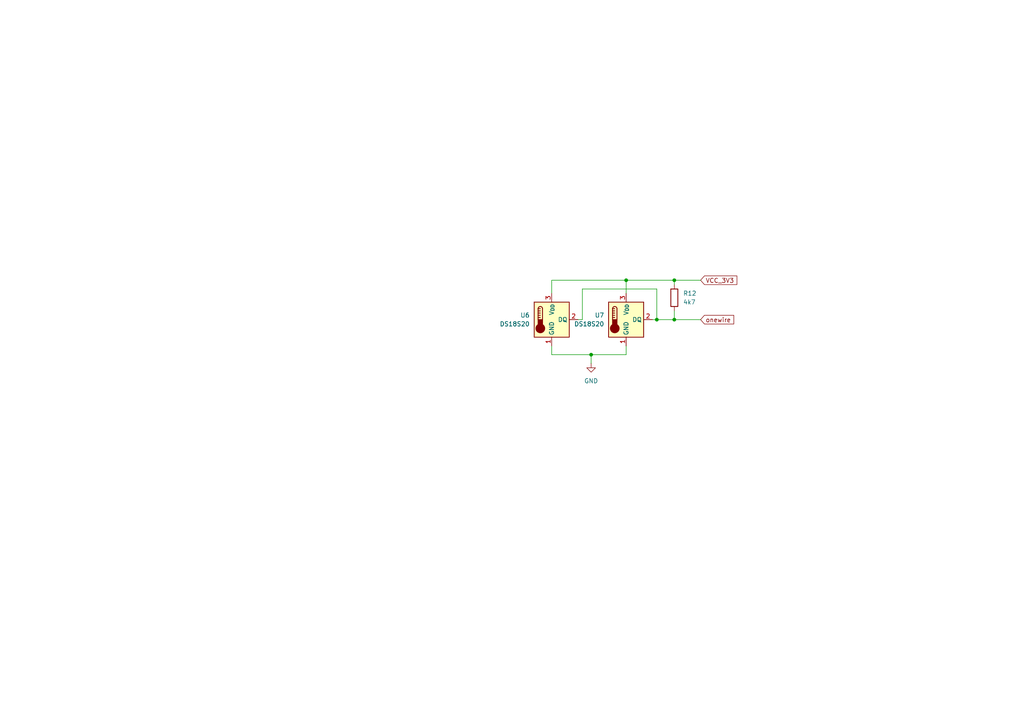
<source format=kicad_sch>
(kicad_sch (version 20231120) (generator "eeschema") (generator_version "8.0")
  (paper "A4")
  (lib_symbols
    (symbol "Device:R" (pin_numbers hide) (pin_names (offset 0))
      (property "Reference" "R" (at 2.032 0 90))
      (property "Value" "R" (at 0 0 90))
      (symbol "R_0_1"
        (rectangle (start -1.016 -2.54) (end 1.016 2.54) (stroke (width 0.254)))
      )
      (symbol "R_1_1"
        (pin passive line (at 0 3.81 270) (length 1.27) (name "~") (number "1"))
        (pin passive line (at 0 -3.81 90) (length 1.27) (name "~") (number "2"))
      )
    )
    (symbol "Sensor_Temperature:DS18S20"
      (property "Reference" "U" (at -3.81 6.35 0))
      (property "Value" "DS18S20" (at 6.35 6.35 0))
      (symbol "DS18S20_0_1"
        (rectangle (start -5.08 5.08) (end 5.08 -5.08) (stroke (width 0.254)) (fill (type background)))
        (circle (center -3.302 -2.54) (radius 1.27) (stroke (width 0.254)) (fill (type outline)))
        (rectangle (start -2.667 -1.905) (end -3.937 0) (stroke (width 0.254)) (fill (type outline)))
        (arc (start -2.667 3.175) (mid -3.302 3.8073) (end -3.937 3.175) (stroke (width 0.254)))
        (polyline (pts (xy -3.937 0.635) (xy -3.302 0.635)) (stroke (width 0.254)))
        (polyline (pts (xy -3.937 1.27) (xy -3.302 1.27)) (stroke (width 0.254)))
        (polyline (pts (xy -3.937 1.905) (xy -3.302 1.905)) (stroke (width 0.254)))
        (polyline (pts (xy -3.937 2.54) (xy -3.302 2.54)) (stroke (width 0.254)))
        (polyline (pts (xy -3.937 3.175) (xy -3.937 0)) (stroke (width 0.254)))
        (polyline (pts (xy -3.937 3.175) (xy -3.302 3.175)) (stroke (width 0.254)))
        (polyline (pts (xy -2.667 3.175) (xy -2.667 0)) (stroke (width 0.254)))
      )
      (symbol "DS18S20_1_1"
        (pin power_in line (at 0 -7.62 90) (length 2.54) (name "GND") (number "1"))
        (pin bidirectional line (at 7.62 0 180) (length 2.54) (name "DQ") (number "2"))
        (pin power_in line (at 0 7.62 270) (length 2.54) (name "V_{DD}") (number "3"))
      )
    )
    (symbol "power:GND" (power) (pin_numbers hide) (pin_names (offset 0) hide)
      (property "Value" "GND" (at 0 -3.81 0))
      (symbol "GND_0_1"
        (polyline (pts (xy 0 0) (xy 0 -1.27) (xy 1.27 -1.27) (xy 0 -2.54) (xy -1.27 -1.27) (xy 0 -1.27)))
      )
      (symbol "GND_1_1"
        (pin power_in line (at 0 0 270) (length 0) (name "~") (number "1"))
      )
    )
  )
  (junction (at 190.5 92.71))
  (junction (at 195.58 92.71))
  (junction (at 181.61 81.28))
  (junction (at 171.45 102.87))
  (junction (at 195.58 81.28))
  (wire (pts (xy 181.61 81.28) (xy 181.61 85.09)))
  (wire (pts (xy 190.5 83.82) (xy 190.5 92.71)))
  (wire (pts (xy 181.61 81.28) (xy 195.58 81.28)))
  (wire (pts (xy 168.91 83.82) (xy 168.91 92.71)))
  (wire (pts (xy 189.23 92.71) (xy 190.5 92.71)))
  (wire (pts (xy 195.58 90.17) (xy 195.58 92.71)))
  (wire (pts (xy 160.02 81.28) (xy 181.61 81.28)))
  (wire (pts (xy 171.45 102.87) (xy 160.02 102.87)))
  (wire (pts (xy 181.61 102.87) (xy 171.45 102.87)))
  (wire (pts (xy 168.91 83.82) (xy 190.5 83.82)))
  (wire (pts (xy 160.02 81.28) (xy 160.02 85.09)))
  (wire (pts (xy 167.64 92.71) (xy 168.91 92.71)))
  (wire (pts (xy 195.58 81.28) (xy 203.2 81.28)))
  (wire (pts (xy 190.5 92.71) (xy 195.58 92.71)))
  (wire (pts (xy 171.45 102.87) (xy 171.45 105.41)))
  (wire (pts (xy 181.61 100.33) (xy 181.61 102.87)))
  (wire (pts (xy 160.02 100.33) (xy 160.02 102.87)))
  (wire (pts (xy 195.58 92.71) (xy 203.2 92.71)))
  (wire (pts (xy 195.58 81.28) (xy 195.58 82.55)))
  (global_label "VCC_3V3" (shape input) (at 203.2 81.28 0) (property "Intersheetrefs" "${INTERSHEET_REFS}" (effects (hide yes))))
  (global_label "onewire" (shape input) (at 203.2 92.71 0) (property "Intersheetrefs" "${INTERSHEET_REFS}" (effects (hide yes))))
  (symbol (lib_id "Device:R") (at 195.58 86.36 180) (unit 1)
    (property "Reference" "R12" (at 198.12 85.0899 0) (effects (justify right)))
    (property "Value" "4k7" (at 198.12 87.6299 0) (effects (justify right)))
    (property "Footprint" "Resistor_SMD:R_0603_1608Metric" (effects (hide yes)))
    (property "Description" "Resistor" (effects (hide yes)))
    (property "LCSC Part # " "C23162" (effects (hide yes)))
  )
  (symbol (lib_id "Sensor_Temperature:DS18S20") (at 160.02 92.71 0) (unit 1) (in_bom no)
    (property "Reference" "U6" (at 153.67 91.4399 0) (effects (justify right)))
    (property "Value" "DS18S20" (at 153.67 93.9799 0) (effects (justify right)))
    (property "Footprint" "Package_TO_SOT_THT:TO-92L_HandSolder" (effects (hide yes)))
    (property "Datasheet" "http://datasheets.maximintegrated.com/en/ds/DS18S20.pdf" (effects (hide yes)))
    (property "Description" "High-Precision 1-Wire Digital Thermometer TO-92" (effects (hide yes)))
  )
  (symbol (lib_id "power:GND") (at 171.45 105.41 0) (unit 1)
    (property "Reference" "#PWR030" (effects (hide yes)))
    (property "Value" "GND" (at 171.45 110.49 0))
    (property "Description" "Power symbol creates a global label with name \"GND\" , ground" (effects (hide yes)))
  )
  (symbol (lib_id "Sensor_Temperature:DS18S20") (at 181.61 92.71 0) (unit 1) (in_bom no)
    (property "Reference" "U7" (at 175.26 91.4399 0) (effects (justify right)))
    (property "Value" "DS18S20" (at 175.26 93.9799 0) (effects (justify right)))
    (property "Footprint" "Package_TO_SOT_THT:TO-92L_HandSolder" (effects (hide yes)))
    (property "Datasheet" "http://datasheets.maximintegrated.com/en/ds/DS18S20.pdf" (effects (hide yes)))
    (property "Description" "High-Precision 1-Wire Digital Thermometer TO-92" (effects (hide yes)))
  )
)
</source>
